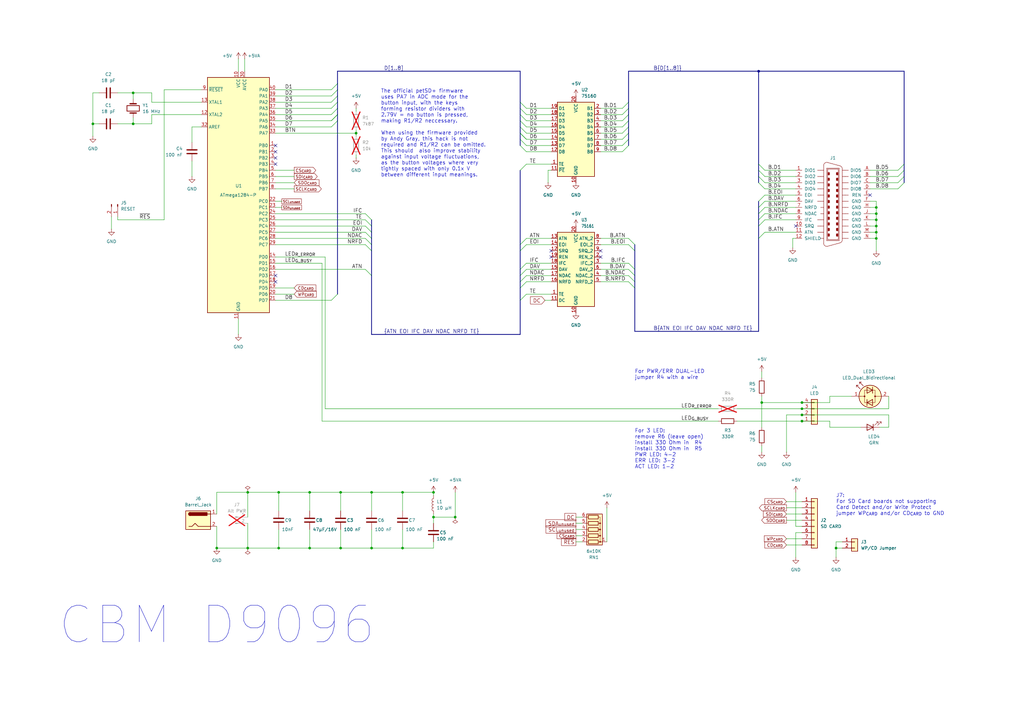
<source format=kicad_sch>
(kicad_sch (version 20231120) (generator "eeschema") (generator_version "8.0")
  (paper "A3")
  (title_block (title "CBM D9096") (date "2024-03-15") (rev "A") (comment 1 "based on work by Nils Eilers and Steve J. Gray") (comment 2 "creativecommons.org/licenses/by-sa/4.0/") (comment 3 "License: CC BY-SA 4.0") (comment 4 "Author: InsaneDruid"))
  (junction (at 165.1 201.93))
  (junction (at 114.3 224.79))
  (junction (at 342.9 224.79))
  (junction (at 359.41 95.25))
  (junction (at 114.3 201.93))
  (junction (at 165.1 224.79))
  (junction (at 101.6 224.79))
  (junction (at 38.1 50.8))
  (junction (at 139.7 201.93))
  (junction (at 328.93 170.18))
  (junction (at 311.15 29.21))
  (junction (at 359.41 85.09))
  (junction (at 359.41 90.17))
  (junction (at 328.93 172.72))
  (junction (at 88.9 224.79))
  (junction (at 152.4 224.79))
  (junction (at 101.6 201.93))
  (junction (at 359.41 87.63))
  (junction (at 359.41 97.79))
  (junction (at 177.8 201.93))
  (junction (at 186.69 212.09))
  (junction (at 152.4 201.93))
  (junction (at 177.8 212.09))
  (junction (at 54.61 50.8))
  (junction (at 54.61 38.1))
  (junction (at 328.93 165.1))
  (junction (at 328.93 167.64))
  (junction (at 359.41 92.71))
  (junction (at 146.05 54.61))
  (junction (at 127 224.79))
  (junction (at 139.7 224.79))
  (junction (at 127 201.93))
  (junction (at 312.42 165.1))
  (no_connect (at 113.03 64.77))
  (no_connect (at 326.39 92.71))
  (no_connect (at 226.06 105.41))
  (no_connect (at 113.03 62.23))
  (no_connect (at 113.03 113.03))
  (no_connect (at 246.38 102.87))
  (no_connect (at 226.06 102.87))
  (no_connect (at 246.38 105.41))
  (no_connect (at 113.03 67.31))
  (no_connect (at 113.03 59.69))
  (no_connect (at 113.03 115.57))
  (no_connect (at 356.87 80.01))
  (bus_entry (at 213.36 100.33) (size 2.54 -2.54))
  (bus_entry (at 149.86 87.63) (size 2.54 2.54))
  (bus_entry (at 215.9 62.23) (size -2.54 -2.54))
  (bus_entry (at 213.36 113.03) (size 2.54 -2.54))
  (bus_entry (at 255.27 57.15) (size 2.54 -2.54))
  (bus_entry (at 213.36 110.49) (size 2.54 -2.54))
  (bus_entry (at 215.9 59.69) (size -2.54 -2.54))
  (bus_entry (at 135.89 46.99) (size 2.54 -2.54))
  (bus_entry (at 215.9 52.07) (size -2.54 -2.54))
  (bus_entry (at 255.27 54.61) (size 2.54 -2.54))
  (bus_entry (at 135.89 39.37) (size 2.54 -2.54))
  (bus_entry (at 255.27 46.99) (size 2.54 -2.54))
  (bus_entry (at 213.36 123.19) (size 2.54 -2.54))
  (bus_entry (at 311.15 97.79) (size 2.54 -2.54))
  (bus_entry (at 135.89 41.91) (size 2.54 -2.54))
  (bus_entry (at 135.89 49.53) (size 2.54 -2.54))
  (bus_entry (at 149.86 110.49) (size 2.54 2.54))
  (bus_entry (at 135.89 36.83) (size 2.54 -2.54))
  (bus_entry (at 215.9 44.45) (size -2.54 -2.54))
  (bus_entry (at 215.9 57.15) (size -2.54 -2.54))
  (bus_entry (at 311.15 69.85) (size 2.54 2.54))
  (bus_entry (at 213.36 102.87) (size 2.54 -2.54))
  (bus_entry (at 213.36 69.85) (size 2.54 -2.54))
  (bus_entry (at 257.81 115.57) (size 2.54 2.54))
  (bus_entry (at 135.89 44.45) (size 2.54 -2.54))
  (bus_entry (at 255.27 52.07) (size 2.54 -2.54))
  (bus_entry (at 149.86 95.25) (size 2.54 2.54))
  (bus_entry (at 135.89 52.07) (size 2.54 -2.54))
  (bus_entry (at 311.15 74.93) (size 2.54 2.54))
  (bus_entry (at 311.15 85.09) (size 2.54 -2.54))
  (bus_entry (at 149.86 90.17) (size 2.54 2.54))
  (bus_entry (at 257.81 113.03) (size 2.54 2.54))
  (bus_entry (at 255.27 49.53) (size 2.54 -2.54))
  (bus_entry (at 149.86 92.71) (size 2.54 2.54))
  (bus_entry (at 311.15 90.17) (size 2.54 -2.54))
  (bus_entry (at 149.86 97.79) (size 2.54 2.54))
  (bus_entry (at 311.15 72.39) (size 2.54 2.54))
  (bus_entry (at 368.3 74.93) (size 2.54 -2.54))
  (bus_entry (at 255.27 44.45) (size 2.54 -2.54))
  (bus_entry (at 213.36 118.11) (size 2.54 -2.54))
  (bus_entry (at 311.15 82.55) (size 2.54 -2.54))
  (bus_entry (at 257.81 107.95) (size 2.54 2.54))
  (bus_entry (at 255.27 62.23) (size 2.54 -2.54))
  (bus_entry (at 311.15 67.31) (size 2.54 2.54))
  (bus_entry (at 215.9 54.61) (size -2.54 -2.54))
  (bus_entry (at 311.15 92.71) (size 2.54 -2.54))
  (bus_entry (at 215.9 49.53) (size -2.54 -2.54))
  (bus_entry (at 368.3 69.85) (size 2.54 -2.54))
  (bus_entry (at 257.81 97.79) (size 2.54 2.54))
  (bus_entry (at 149.86 100.33) (size 2.54 2.54))
  (bus_entry (at 368.3 72.39) (size 2.54 -2.54))
  (bus_entry (at 257.81 100.33) (size 2.54 2.54))
  (bus_entry (at 311.15 87.63) (size 2.54 -2.54))
  (bus_entry (at 135.89 49.53) (size 2.54 -2.54))
  (bus_entry (at 215.9 46.99) (size -2.54 -2.54))
  (bus_entry (at 135.89 123.19) (size 2.54 -2.54))
  (bus_entry (at 368.3 77.47) (size 2.54 -2.54))
  (bus_entry (at 255.27 59.69) (size 2.54 -2.54))
  (bus_entry (at 257.81 110.49) (size 2.54 2.54))
  (bus_entry (at 215.9 57.15) (size -2.54 -2.54))
  (bus_entry (at 213.36 115.57) (size 2.54 -2.54))
  (wire (pts (xy 356.87 95.25) (xy 359.41 95.25)))
  (wire (pts (xy 113.03 49.53) (xy 135.89 49.53)))
  (wire (pts (xy 48.26 90.17) (xy 48.26 88.9)))
  (wire (pts (xy 113.03 36.83) (xy 135.89 36.83)))
  (wire (pts (xy 132.08 172.72) (xy 294.64 172.72)))
  (wire (pts (xy 322.58 213.36) (xy 328.93 213.36)))
  (wire (pts (xy 38.1 38.1) (xy 40.64 38.1)))
  (wire (pts (xy 322.58 170.18) (xy 322.58 185.42)))
  (wire (pts (xy 54.61 38.1) (xy 62.23 38.1)))
  (wire (pts (xy 236.22 214.63) (xy 238.76 214.63)))
  (wire (pts (xy 364.49 170.18) (xy 364.49 175.26)))
  (bus (pts (xy 311.15 29.21) (xy 311.15 67.31)))
  (wire (pts (xy 127 224.79) (xy 139.7 224.79)))
  (bus (pts (xy 138.43 34.29) (xy 138.43 36.83)))
  (wire (pts (xy 115.57 82.55) (xy 113.03 82.55)))
  (wire (pts (xy 246.38 113.03) (xy 257.81 113.03)))
  (wire (pts (xy 356.87 90.17) (xy 359.41 90.17)))
  (bus (pts (xy 213.36 102.87) (xy 213.36 110.49)))
  (wire (pts (xy 113.03 100.33) (xy 149.86 100.33)))
  (wire (pts (xy 248.92 208.28) (xy 248.92 222.25)))
  (wire (pts (xy 67.31 90.17) (xy 67.31 36.83)))
  (wire (pts (xy 88.9 201.93) (xy 101.6 201.93)))
  (wire (pts (xy 113.03 87.63) (xy 149.86 87.63)))
  (bus (pts (xy 152.4 97.79) (xy 152.4 100.33)))
  (wire (pts (xy 312.42 182.88) (xy 312.42 185.42)))
  (wire (pts (xy 120.65 69.85) (xy 113.03 69.85)))
  (wire (pts (xy 326.39 201.93) (xy 326.39 215.9)))
  (wire (pts (xy 113.03 44.45) (xy 135.89 44.45)))
  (bus (pts (xy 213.36 44.45) (xy 213.36 46.99)))
  (wire (pts (xy 45.72 88.9) (xy 45.72 93.98)))
  (bus (pts (xy 370.84 67.31) (xy 370.84 69.85)))
  (wire (pts (xy 215.9 115.57) (xy 226.06 115.57)))
  (wire (pts (xy 113.03 105.41) (xy 133.35 105.41)))
  (wire (pts (xy 120.65 77.47) (xy 113.03 77.47)))
  (wire (pts (xy 115.57 85.09) (xy 113.03 85.09)))
  (wire (pts (xy 127 217.17) (xy 127 224.79)))
  (wire (pts (xy 139.7 224.79) (xy 152.4 224.79)))
  (bus (pts (xy 257.81 49.53) (xy 257.81 46.99)))
  (wire (pts (xy 313.69 69.85) (xy 326.39 69.85)))
  (wire (pts (xy 113.03 46.99) (xy 135.89 46.99)))
  (wire (pts (xy 312.42 152.4) (xy 312.42 154.94)))
  (wire (pts (xy 313.69 87.63) (xy 326.39 87.63)))
  (bus (pts (xy 311.15 97.79) (xy 311.15 135.89)))
  (wire (pts (xy 215.9 52.07) (xy 226.06 52.07)))
  (wire (pts (xy 356.87 97.79) (xy 359.41 97.79)))
  (wire (pts (xy 165.1 201.93) (xy 165.1 209.55)))
  (wire (pts (xy 215.9 49.53) (xy 226.06 49.53)))
  (wire (pts (xy 322.58 220.98) (xy 328.93 220.98)))
  (wire (pts (xy 224.79 69.85) (xy 224.79 74.93)))
  (wire (pts (xy 113.03 123.19) (xy 135.89 123.19)))
  (wire (pts (xy 359.41 87.63) (xy 359.41 90.17)))
  (wire (pts (xy 356.87 82.55) (xy 359.41 82.55)))
  (wire (pts (xy 88.9 224.79) (xy 101.6 224.79)))
  (wire (pts (xy 48.26 90.17) (xy 67.31 90.17)))
  (wire (pts (xy 54.61 38.1) (xy 54.61 40.64)))
  (wire (pts (xy 120.65 118.11) (xy 113.03 118.11)))
  (wire (pts (xy 152.4 201.93) (xy 152.4 209.55)))
  (wire (pts (xy 132.08 107.95) (xy 132.08 172.72)))
  (bus (pts (xy 138.43 49.53) (xy 138.43 120.65)))
  (wire (pts (xy 78.74 66.04) (xy 78.74 72.39)))
  (wire (pts (xy 97.79 24.13) (xy 97.79 29.21)))
  (bus (pts (xy 213.36 49.53) (xy 213.36 52.07)))
  (wire (pts (xy 302.26 172.72) (xy 328.93 172.72)))
  (bus (pts (xy 213.36 46.99) (xy 213.36 49.53)))
  (wire (pts (xy 97.79 137.16) (xy 97.79 130.81)))
  (wire (pts (xy 313.69 90.17) (xy 326.39 90.17)))
  (bus (pts (xy 138.43 41.91) (xy 138.43 44.45)))
  (bus (pts (xy 257.81 44.45) (xy 257.81 41.91)))
  (wire (pts (xy 114.3 201.93) (xy 114.3 209.55)))
  (wire (pts (xy 246.38 110.49) (xy 257.81 110.49)))
  (bus (pts (xy 257.81 59.69) (xy 257.81 57.15)))
  (wire (pts (xy 113.03 92.71) (xy 149.86 92.71)))
  (bus (pts (xy 138.43 39.37) (xy 138.43 41.91)))
  (wire (pts (xy 359.41 82.55) (xy 359.41 85.09)))
  (wire (pts (xy 313.69 74.93) (xy 326.39 74.93)))
  (wire (pts (xy 312.42 175.26) (xy 312.42 165.1)))
  (wire (pts (xy 48.26 50.8) (xy 54.61 50.8)))
  (wire (pts (xy 236.22 217.17) (xy 238.76 217.17)))
  (wire (pts (xy 215.9 59.69) (xy 226.06 59.69)))
  (wire (pts (xy 139.7 201.93) (xy 152.4 201.93)))
  (wire (pts (xy 78.74 52.07) (xy 82.55 52.07)))
  (wire (pts (xy 215.9 62.23) (xy 226.06 62.23)))
  (bus (pts (xy 311.15 69.85) (xy 311.15 72.39)))
  (wire (pts (xy 255.27 49.53) (xy 246.38 49.53)))
  (wire (pts (xy 177.8 201.93) (xy 177.8 203.2)))
  (wire (pts (xy 165.1 224.79) (xy 177.8 224.79)))
  (wire (pts (xy 113.03 97.79) (xy 149.86 97.79)))
  (wire (pts (xy 62.23 41.91) (xy 82.55 41.91)))
  (wire (pts (xy 312.42 165.1) (xy 312.42 162.56)))
  (bus (pts (xy 213.36 52.07) (xy 213.36 54.61)))
  (wire (pts (xy 255.27 57.15) (xy 246.38 57.15)))
  (bus (pts (xy 213.36 137.16) (xy 213.36 123.19)))
  (bus (pts (xy 152.4 92.71) (xy 152.4 90.17)))
  (wire (pts (xy 127 201.93) (xy 127 209.55)))
  (bus (pts (xy 213.36 57.15) (xy 213.36 59.69)))
  (bus (pts (xy 257.81 52.07) (xy 257.81 49.53)))
  (wire (pts (xy 359.41 90.17) (xy 359.41 92.71)))
  (wire (pts (xy 359.41 92.71) (xy 359.41 95.25)))
  (wire (pts (xy 177.8 212.09) (xy 177.8 214.63)))
  (wire (pts (xy 325.12 97.79) (xy 325.12 101.6)))
  (wire (pts (xy 356.87 72.39) (xy 368.3 72.39)))
  (bus (pts (xy 138.43 36.83) (xy 138.43 39.37)))
  (wire (pts (xy 113.03 95.25) (xy 149.86 95.25)))
  (bus (pts (xy 311.15 87.63) (xy 311.15 90.17)))
  (bus (pts (xy 213.36 115.57) (xy 213.36 118.11)))
  (bus (pts (xy 138.43 29.21) (xy 138.43 34.29)))
  (wire (pts (xy 326.39 215.9) (xy 328.93 215.9)))
  (bus (pts (xy 257.81 41.91) (xy 257.81 29.21)))
  (wire (pts (xy 215.9 113.03) (xy 226.06 113.03)))
  (wire (pts (xy 146.05 53.34) (xy 146.05 54.61)))
  (wire (pts (xy 120.65 72.39) (xy 113.03 72.39)))
  (wire (pts (xy 152.4 201.93) (xy 165.1 201.93)))
  (bus (pts (xy 260.35 100.33) (xy 260.35 102.87)))
  (wire (pts (xy 322.58 208.28) (xy 328.93 208.28)))
  (wire (pts (xy 215.9 44.45) (xy 226.06 44.45)))
  (wire (pts (xy 236.22 212.09) (xy 238.76 212.09)))
  (wire (pts (xy 38.1 38.1) (xy 38.1 50.8)))
  (wire (pts (xy 302.26 167.64) (xy 328.93 167.64)))
  (wire (pts (xy 113.03 54.61) (xy 146.05 54.61)))
  (wire (pts (xy 113.03 120.65) (xy 120.65 120.65)))
  (bus (pts (xy 311.15 90.17) (xy 311.15 92.71)))
  (bus (pts (xy 138.43 46.99) (xy 138.43 49.53)))
  (wire (pts (xy 38.1 50.8) (xy 40.64 50.8)))
  (wire (pts (xy 328.93 170.18) (xy 364.49 170.18)))
  (wire (pts (xy 100.33 24.13) (xy 100.33 29.21)))
  (wire (pts (xy 340.36 162.56) (xy 340.36 165.1)))
  (wire (pts (xy 238.76 222.25) (xy 236.22 222.25)))
  (wire (pts (xy 165.1 217.17) (xy 165.1 224.79)))
  (wire (pts (xy 255.27 52.07) (xy 246.38 52.07)))
  (wire (pts (xy 322.58 205.74) (xy 328.93 205.74)))
  (wire (pts (xy 127 201.93) (xy 139.7 201.93)))
  (wire (pts (xy 38.1 50.8) (xy 38.1 55.88)))
  (bus (pts (xy 260.35 102.87) (xy 260.35 110.49)))
  (wire (pts (xy 359.41 85.09) (xy 359.41 87.63)))
  (bus (pts (xy 213.36 113.03) (xy 213.36 110.49)))
  (wire (pts (xy 67.31 36.83) (xy 82.55 36.83)))
  (wire (pts (xy 356.87 69.85) (xy 368.3 69.85)))
  (wire (pts (xy 313.69 80.01) (xy 326.39 80.01)))
  (wire (pts (xy 223.52 123.19) (xy 226.06 123.19)))
  (bus (pts (xy 213.36 102.87) (xy 213.36 100.33)))
  (wire (pts (xy 215.9 100.33) (xy 226.06 100.33)))
  (wire (pts (xy 101.6 201.93) (xy 101.6 212.09)))
  (wire (pts (xy 364.49 175.26) (xy 360.68 175.26)))
  (wire (pts (xy 356.87 74.93) (xy 368.3 74.93)))
  (bus (pts (xy 311.15 29.21) (xy 370.84 29.21)))
  (wire (pts (xy 342.9 224.79) (xy 345.44 224.79)))
  (wire (pts (xy 62.23 50.8) (xy 62.23 46.99)))
  (wire (pts (xy 356.87 77.47) (xy 368.3 77.47)))
  (wire (pts (xy 322.58 170.18) (xy 328.93 170.18)))
  (wire (pts (xy 146.05 45.72) (xy 146.05 44.45)))
  (wire (pts (xy 322.58 210.82) (xy 328.93 210.82)))
  (wire (pts (xy 356.87 85.09) (xy 359.41 85.09)))
  (wire (pts (xy 113.03 110.49) (xy 149.86 110.49)))
  (wire (pts (xy 88.9 210.82) (xy 88.9 201.93)))
  (wire (pts (xy 152.4 217.17) (xy 152.4 224.79)))
  (wire (pts (xy 177.8 210.82) (xy 177.8 212.09)))
  (wire (pts (xy 78.74 52.07) (xy 78.74 58.42)))
  (wire (pts (xy 146.05 64.77) (xy 146.05 63.5)))
  (wire (pts (xy 255.27 46.99) (xy 246.38 46.99)))
  (wire (pts (xy 359.41 97.79) (xy 359.41 102.87)))
  (bus (pts (xy 260.35 135.89) (xy 311.15 135.89)))
  (wire (pts (xy 342.9 222.25) (xy 342.9 224.79)))
  (wire (pts (xy 328.93 172.72) (xy 340.36 172.72)))
  (wire (pts (xy 165.1 201.93) (xy 177.8 201.93)))
  (wire (pts (xy 326.39 218.44) (xy 328.93 218.44)))
  (bus (pts (xy 311.15 72.39) (xy 311.15 74.93)))
  (bus (pts (xy 311.15 67.31) (xy 311.15 69.85)))
  (bus (pts (xy 213.36 54.61) (xy 213.36 57.15)))
  (wire (pts (xy 359.41 95.25) (xy 359.41 97.79)))
  (wire (pts (xy 101.6 214.63) (xy 101.6 224.79)))
  (wire (pts (xy 328.93 167.64) (xy 364.49 167.64)))
  (wire (pts (xy 215.9 46.99) (xy 226.06 46.99)))
  (bus (pts (xy 152.4 137.16) (xy 213.36 137.16)))
  (wire (pts (xy 255.27 59.69) (xy 246.38 59.69)))
  (wire (pts (xy 356.87 87.63) (xy 359.41 87.63)))
  (wire (pts (xy 340.36 175.26) (xy 353.06 175.26)))
  (wire (pts (xy 345.44 222.25) (xy 342.9 222.25)))
  (wire (pts (xy 113.03 52.07) (xy 135.89 52.07)))
  (wire (pts (xy 62.23 50.8) (xy 54.61 50.8)))
  (wire (pts (xy 364.49 167.64) (xy 364.49 162.56)))
  (wire (pts (xy 88.9 215.9) (xy 88.9 224.79)))
  (wire (pts (xy 114.3 217.17) (xy 114.3 224.79)))
  (wire (pts (xy 246.38 100.33) (xy 257.81 100.33)))
  (bus (pts (xy 257.81 46.99) (xy 257.81 44.45)))
  (wire (pts (xy 215.9 97.79) (xy 226.06 97.79)))
  (wire (pts (xy 322.58 223.52) (xy 328.93 223.52)))
  (wire (pts (xy 326.39 228.6) (xy 326.39 218.44)))
  (wire (pts (xy 113.03 90.17) (xy 149.86 90.17)))
  (wire (pts (xy 255.27 62.23) (xy 246.38 62.23)))
  (wire (pts (xy 224.79 69.85) (xy 226.06 69.85)))
  (wire (pts (xy 152.4 224.79) (xy 165.1 224.79)))
  (wire (pts (xy 340.36 162.56) (xy 349.25 162.56)))
  (wire (pts (xy 101.6 201.93) (xy 114.3 201.93)))
  (bus (pts (xy 260.35 115.57) (xy 260.35 118.11)))
  (wire (pts (xy 101.6 224.79) (xy 114.3 224.79)))
  (wire (pts (xy 139.7 201.93) (xy 139.7 209.55)))
  (wire (pts (xy 186.69 201.93) (xy 186.69 212.09)))
  (bus (pts (xy 257.81 29.21) (xy 311.15 29.21)))
  (wire (pts (xy 255.27 54.61) (xy 246.38 54.61)))
  (wire (pts (xy 48.26 38.1) (xy 54.61 38.1)))
  (wire (pts (xy 313.69 72.39) (xy 326.39 72.39)))
  (wire (pts (xy 133.35 167.64) (xy 294.64 167.64)))
  (bus (pts (xy 213.36 123.19) (xy 213.36 118.11)))
  (wire (pts (xy 325.12 97.79) (xy 326.39 97.79)))
  (wire (pts (xy 146.05 55.88) (xy 146.05 54.61)))
  (bus (pts (xy 138.43 29.21) (xy 213.36 29.21)))
  (wire (pts (xy 215.9 120.65) (xy 226.06 120.65)))
  (bus (pts (xy 260.35 110.49) (xy 260.35 113.03)))
  (wire (pts (xy 313.69 82.55) (xy 326.39 82.55)))
  (bus (pts (xy 152.4 102.87) (xy 152.4 113.03)))
  (wire (pts (xy 215.9 67.31) (xy 226.06 67.31)))
  (bus (pts (xy 370.84 69.85) (xy 370.84 72.39)))
  (wire (pts (xy 177.8 224.79) (xy 177.8 222.25)))
  (bus (pts (xy 311.15 92.71) (xy 311.15 97.79)))
  (wire (pts (xy 328.93 165.1) (xy 340.36 165.1)))
  (bus (pts (xy 213.36 113.03) (xy 213.36 115.57)))
  (wire (pts (xy 356.87 92.71) (xy 359.41 92.71)))
  (wire (pts (xy 113.03 41.91) (xy 135.89 41.91)))
  (wire (pts (xy 246.38 107.95) (xy 257.81 107.95)))
  (wire (pts (xy 313.69 77.47) (xy 326.39 77.47)))
  (bus (pts (xy 260.35 118.11) (xy 260.35 135.89)))
  (wire (pts (xy 113.03 39.37) (xy 135.89 39.37)))
  (wire (pts (xy 236.22 219.71) (xy 238.76 219.71)))
  (bus (pts (xy 213.36 41.91) (xy 213.36 44.45)))
  (bus (pts (xy 311.15 85.09) (xy 311.15 87.63)))
  (wire (pts (xy 114.3 224.79) (xy 127 224.79)))
  (bus (pts (xy 370.84 29.21) (xy 370.84 67.31)))
  (bus (pts (xy 152.4 100.33) (xy 152.4 102.87)))
  (wire (pts (xy 215.9 107.95) (xy 226.06 107.95)))
  (wire (pts (xy 246.38 97.79) (xy 257.81 97.79)))
  (wire (pts (xy 186.69 212.09) (xy 177.8 212.09)))
  (bus (pts (xy 257.81 57.15) (xy 257.81 54.61)))
  (bus (pts (xy 213.36 69.85) (xy 213.36 100.33)))
  (wire (pts (xy 215.9 110.49) (xy 226.06 110.49)))
  (wire (pts (xy 113.03 107.95) (xy 132.08 107.95)))
  (wire (pts (xy 54.61 50.8) (xy 54.61 48.26)))
  (bus (pts (xy 138.43 44.45) (xy 138.43 46.99)))
  (wire (pts (xy 120.65 74.93) (xy 113.03 74.93)))
  (wire (pts (xy 340.36 175.26) (xy 340.36 172.72)))
  (bus (pts (xy 213.36 29.21) (xy 213.36 41.91)))
  (bus (pts (xy 311.15 82.55) (xy 311.15 85.09)))
  (bus (pts (xy 152.4 97.79) (xy 152.4 95.25)))
  (bus (pts (xy 152.4 113.03) (xy 152.4 137.16)))
  (wire (pts (xy 215.9 54.61) (xy 226.06 54.61)))
  (wire (pts (xy 114.3 201.93) (xy 127 201.93)))
  (wire (pts (xy 313.69 85.09) (xy 326.39 85.09)))
  (wire (pts (xy 62.23 46.99) (xy 82.55 46.99)))
  (bus (pts (xy 370.84 72.39) (xy 370.84 74.93)))
  (bus (pts (xy 257.81 54.61) (xy 257.81 52.07)))
  (wire (pts (xy 139.7 217.17) (xy 139.7 224.79)))
  (wire (pts (xy 246.38 115.57) (xy 257.81 115.57)))
  (wire (pts (xy 342.9 224.79) (xy 342.9 228.6)))
  (wire (pts (xy 62.23 38.1) (xy 62.23 41.91)))
  (wire (pts (xy 255.27 44.45) (xy 246.38 44.45)))
  (wire (pts (xy 215.9 57.15) (xy 226.06 57.15)))
  (wire (pts (xy 312.42 165.1) (xy 328.93 165.1)))
  (wire (pts (xy 313.69 95.25) (xy 326.39 95.25)))
  (bus (pts (xy 152.4 95.25) (xy 152.4 92.71)))
  (wire (pts (xy 133.35 167.64) (xy 133.35 105.41)))
  (bus (pts (xy 260.35 113.03) (xy 260.35 115.57)))
  (text "J7:\nFor SD Card boards not supporting\nCard Detect and/or Write Protect\njumper WP_{CARD} and/or CD_{CARD} to GND" (at 342.9 207.01 0) (effects (font (size 1.524 1.524)) (justify left)))
  (text "For 3 LED:\nremove R6 (leave open)\ninstall 330 Ohm in  R4\ninstall 330 Ohm in  R5\nPWR LED: 4-2\nERR LED: 3-2\nACT LED: 1-2" (at 260.35 184.15 0) (effects (font (size 1.524 1.524)) (justify left)))
  (text "The official petSD+ firmware\nuses PA7 in ADC mode for the\nbutton input, with the keys\nforming resistor dividers with\n2.79V = no button is pressed,\nmaking R1/R2 neccessary.\n\nWhen using the firmware provided\nby Andy Gray, this hack is not\nrequired and R1/R2 can be omitted.\nThis should  also improve stability\nagainst input voltage fluctuations,\nas the button voltages where very\ntightly spaced with only 0.1x V\nbetween different input meanings." (at 156.21 54.61 0) (effects (font (size 1.524 1.524)) (justify left)))
  (text "CBM D9096" (at 88.9 256.54 0) (effects (font (size 15 15))))
  (text "For PWR/ERR DUAL-LED\njumper R4 with a wire" (at 260.35 153.67 0) (effects (font (size 1.524 1.524)) (justify left)))
  (label "B.DAV" (at 256.54 110.49 180) (effects (font (size 1.524 1.524))))
  (label "D1" (at 116.84 36.83 0) (effects (font (size 1.524 1.524))))
  (label "~{RES}" (at 57.15 90.17 0) (effects (font (size 1.524 1.524))))
  (label "NDAC" (at 148.59 97.79 180) (effects (font (size 1.524 1.524))))
  (label "D7" (at 217.17 59.69 0) (effects (font (size 1.524 1.524))))
  (label "TE" (at 148.59 90.17 180) (effects (font (size 1.524 1.524))))
  (label "B.D7" (at 247.65 59.69 0) (effects (font (size 1.524 1.524))))
  (label "TE" (at 217.17 67.31 0) (effects (font (size 1.524 1.524))))
  (label "B.D6" (at 247.65 57.15 0) (effects (font (size 1.524 1.524))))
  (label "D6" (at 116.84 49.53 0) (effects (font (size 1.524 1.524))))
  (label "B.NRFD" (at 314.96 85.09 0) (effects (font (size 1.524 1.524))))
  (label "D3" (at 116.84 41.91 0) (effects (font (size 1.524 1.524))))
  (label "B.NDAC" (at 256.54 113.03 180) (effects (font (size 1.524 1.524))))
  (label "D7" (at 116.84 52.07 0) (effects (font (size 1.524 1.524))))
  (label "D8" (at 116.84 123.19 0) (effects (font (size 1.524 1.524))))
  (label "D2" (at 116.84 39.37 0) (effects (font (size 1.524 1.524))))
  (label "LED_{G_BUSY}" (at 116.84 107.95 0) (effects (font (size 1.524 1.524))))
  (label "D4" (at 116.84 44.45 0) (effects (font (size 1.524 1.524))))
  (label "D3" (at 217.17 49.53 0) (effects (font (size 1.524 1.524))))
  (label "B.IFC" (at 314.96 90.17 0) (effects (font (size 1.524 1.524))))
  (label "D[1..8]" (at 157.48 29.21 0) (effects (font (size 1.524 1.524))))
  (label "NRFD" (at 217.17 115.57 0) (effects (font (size 1.524 1.524))))
  (label "B.D8" (at 247.65 62.23 0) (effects (font (size 1.524 1.524))))
  (label "IFC" (at 148.59 87.63 180) (effects (font (size 1.524 1.524))))
  (label "TE" (at 217.17 120.65 0) (effects (font (size 1.524 1.524))))
  (label "DAV" (at 148.59 95.25 180) (effects (font (size 1.524 1.524))))
  (label "B.D1" (at 314.96 69.85 0) (effects (font (size 1.524 1.524))))
  (label "B.D2" (at 247.65 46.99 0) (effects (font (size 1.524 1.524))))
  (label "D8" (at 217.17 62.23 0) (effects (font (size 1.524 1.524))))
  (label "B.ATN" (at 314.96 95.25 0) (effects (font (size 1.524 1.524))))
  (label "LED_{G_BUSY}" (at 279.4 172.72 0) (effects (font (size 1.524 1.524))))
  (label "NDAC" (at 217.17 113.03 0) (effects (font (size 1.524 1.524))))
  (label "B.D4" (at 314.96 77.47 0) (effects (font (size 1.524 1.524))))
  (label "B.EOI" (at 256.54 100.33 180) (effects (font (size 1.524 1.524))))
  (label "D5" (at 116.84 46.99 0) (effects (font (size 1.524 1.524))))
  (label "B.D8" (at 364.49 77.47 180) (effects (font (size 1.524 1.524))))
  (label "B.NDAC" (at 314.96 87.63 0) (effects (font (size 1.524 1.524))))
  (label "B{ATN EOI IFC DAV NDAC NRFD TE}" (at 267.97 135.89 0) (effects (font (size 1.524 1.524))))
  (label "B.D5" (at 247.65 54.61 0) (effects (font (size 1.524 1.524))))
  (label "D4" (at 217.17 52.07 0) (effects (font (size 1.524 1.524))))
  (label "D6" (at 217.17 57.15 0) (effects (font (size 1.524 1.524))))
  (label "B.D6" (at 364.49 72.39 180) (effects (font (size 1.524 1.524))))
  (label "B.DAV" (at 314.96 82.55 0) (effects (font (size 1.524 1.524))))
  (label "{ATN EOI IFC DAV NDAC NRFD TE}" (at 157.48 137.16 0) (effects (font (size 1.524 1.524))))
  (label "EOI" (at 217.17 100.33 0) (effects (font (size 1.524 1.524))))
  (label "D1" (at 217.17 44.45 0) (effects (font (size 1.524 1.524))))
  (label "B.EOI" (at 314.96 80.01 0) (effects (font (size 1.524 1.524))))
  (label "BTN" (at 116.84 54.61 0) (effects (font (size 1.524 1.524))))
  (label "IFC" (at 217.17 107.95 0) (effects (font (size 1.524 1.524))))
  (label "B.D4" (at 247.65 52.07 0) (effects (font (size 1.524 1.524))))
  (label "LED_{R_ERROR}" (at 279.4 167.64 0) (effects (font (size 1.524 1.524))))
  (label "B.D3" (at 314.96 74.93 0) (effects (font (size 1.524 1.524))))
  (label "B.D3" (at 247.65 49.53 0) (effects (font (size 1.524 1.524))))
  (label "LED_{R_ERROR}" (at 116.84 105.41 0) (effects (font (size 1.524 1.524))))
  (label "B.D1" (at 247.65 44.45 0) (effects (font (size 1.524 1.524))))
  (label "B.D5" (at 364.49 69.85 180) (effects (font (size 1.524 1.524))))
  (label "ATN" (at 217.17 97.79 0) (effects (font (size 1.524 1.524))))
  (label "EOI" (at 148.59 92.71 180) (effects (font (size 1.524 1.524))))
  (label "D5" (at 217.17 54.61 0) (effects (font (size 1.524 1.524))))
  (label "B.IFC" (at 256.54 107.95 180) (effects (font (size 1.524 1.524))))
  (label "D2" (at 217.17 46.99 0) (effects (font (size 1.524 1.524))))
  (label "B.D2" (at 314.96 72.39 0) (effects (font (size 1.524 1.524))))
  (label "B{D[1..8]}" (at 267.97 29.21 0) (effects (font (size 1.524 1.524))))
  (label "B.D7" (at 364.49 74.93 180) (effects (font (size 1.524 1.524))))
  (label "NRFD" (at 148.59 100.33 180) (effects (font (size 1.524 1.524))))
  (label "B.NRFD" (at 256.54 115.57 180) (effects (font (size 1.524 1.524))))
  (label "DAV" (at 217.17 110.49 0) (effects (font (size 1.524 1.524))))
  (label "B.ATN" (at 256.54 97.79 180) (effects (font (size 1.524 1.524))))
  (label "ATN" (at 148.59 110.49 180) (effects (font (size 1.524 1.524))))
  (global_label "SDA_{unused}" (shape passive) (at 236.22 214.63 180) (effects (font (size 1.524 1.524))) (property "Intersheetrefs" "${INTERSHEET_REFS}" (effects (hide yes))))
  (global_label "SCLK_{CARD}" (shape output) (at 322.58 208.28 180) (property "Intersheetrefs" "${INTERSHEET_REFS}" (effects (hide yes))))
  (global_label "SCLK_{CARD}" (shape output) (at 120.65 77.47 0) (property "Intersheetrefs" "${INTERSHEET_REFS}" (effects (hide yes))))
  (global_label "SDO_{CARD}" (shape input) (at 120.65 74.93 0) (property "Intersheetrefs" "${INTERSHEET_REFS}" (effects (hide yes))))
  (global_label "CS_{CARD}" (shape output) (at 120.65 69.85 0) (property "Intersheetrefs" "${INTERSHEET_REFS}" (effects (hide yes))))
  (global_label "SCL_{unused}" (shape passive) (at 115.57 82.55 0) (effects (font (size 1 1))) (property "Intersheetrefs" "${INTERSHEET_REFS}" (effects (hide yes))))
  (global_label "CD_{CARD}" (shape input) (at 120.65 118.11 0) (property "Intersheetrefs" "${INTERSHEET_REFS}" (effects (hide yes))))
  (global_label "CS_{CARD}" (shape input) (at 322.58 205.74 180) (property "Intersheetrefs" "${INTERSHEET_REFS}" (effects (hide yes))))
  (global_label "DC" (shape input) (at 223.52 123.19 180) (effects (font (size 1.524 1.524))) (property "Intersheetrefs" "${INTERSHEET_REFS}" (effects (hide yes))))
  (global_label "SDI_{CARD}" (shape output) (at 120.65 72.39 0) (property "Intersheetrefs" "${INTERSHEET_REFS}" (effects (hide yes))))
  (global_label "WP_{CARD}" (shape input) (at 120.65 120.65 0) (property "Intersheetrefs" "${INTERSHEET_REFS}" (effects (hide yes))))
  (global_label "CD_{CARD}" (shape input) (at 322.58 223.52 180) (property "Intersheetrefs" "${INTERSHEET_REFS}" (effects (hide yes))))
  (global_label "SDO_{CARD}" (shape output) (at 322.58 213.36 180) (property "Intersheetrefs" "${INTERSHEET_REFS}" (effects (hide yes))))
  (global_label "WP_{CARD}" (shape input) (at 322.58 220.98 180) (property "Intersheetrefs" "${INTERSHEET_REFS}" (effects (hide yes))))
  (global_label "CS_{CARD}" (shape passive) (at 236.22 219.71 180) (property "Intersheetrefs" "${INTERSHEET_REFS}" (effects (hide yes))))
  (global_label "~{RES}" (shape passive) (at 236.22 222.25 180) (effects (font (size 1.524 1.524))) (property "Intersheetrefs" "${INTERSHEET_REFS}" (effects (hide yes))))
  (global_label "SDI_{CARD}" (shape input) (at 322.58 210.82 180) (property "Intersheetrefs" "${INTERSHEET_REFS}" (effects (hide yes))))
  (global_label "DC" (shape passive) (at 236.22 212.09 180) (effects (font (size 1.524 1.524))) (property "Intersheetrefs" "${INTERSHEET_REFS}" (effects (hide yes))))
  (global_label "SDA_{unused}" (shape passive) (at 115.57 85.09 0) (effects (font (size 1 1))) (property "Intersheetrefs" "${INTERSHEET_REFS}" (effects (hide yes))))
  (global_label "SCL_{unused}" (shape passive) (at 236.22 217.17 180) (effects (font (size 1.524 1.524))) (property "Intersheetrefs" "${INTERSHEET_REFS}" (effects (hide yes))))
  (symbol (lib_id "Device:C") (at 152.4 213.36 180) (unit 1)
    (property "Reference" "C6" (at 154.94 213.36 0) (effects (justify right)))
    (property "Value" "100 nF" (at 153.67 217.17 0) (effects (justify right)))
    (property "Footprint" "Capacitor_THT:C_Disc_D3.8mm_W2.6mm_P2.50mm" (effects (hide yes)))
    (property "Description" "Unpolarized capacitor" (effects (hide yes)))
  )
  (symbol (lib_id "Device:C") (at 139.7 213.36 180) (unit 1)
    (property "Reference" "C3" (at 142.24 213.36 0) (effects (justify right)))
    (property "Value" "100 nF" (at 140.97 217.17 0) (effects (justify right)))
    (property "Footprint" "Capacitor_THT:C_Disc_D3.8mm_W2.6mm_P2.50mm" (effects (hide yes)))
    (property "Description" "Unpolarized capacitor" (effects (hide yes)))
  )
  (symbol (lib_id "Device:R") (at 312.42 179.07 0) (mirror x) (unit 1)
    (property "Reference" "R6" (at 309.88 177.7999 0) (effects (justify right)))
    (property "Value" "75" (at 309.88 180.3399 0) (effects (justify right)))
    (property "Footprint" "cbm-d9096_lib_fp:R_Axial_DIN0207_L6.3mm_D2.5mm_P10.16mm_Horizontal" (effects (hide yes)))
    (property "Description" "Resistor" (effects (hide yes)))
  )
  (symbol (lib_id "Device:R") (at 298.45 172.72 90) (mirror x) (unit 1)
    (property "Reference" "R3" (at 298.45 176.53 90))
    (property "Value" "330R" (at 298.45 179.07 90))
    (property "Footprint" "cbm-d9096_lib_fp:R_Axial_DIN0207_L6.3mm_D2.5mm_P10.16mm_Horizontal" (effects (hide yes)))
    (property "Description" "Resistor" (effects (hide yes)))
  )
  (symbol (lib_id "Device:C") (at 127 213.36 0) (unit 1)
    (property "Reference" "C8" (at 129.54 213.36 0) (effects (justify left)))
    (property "Value" "47µF/16V" (at 128.27 217.17 0) (effects (justify left)))
    (property "Footprint" "Capacitor_THT:CP_Radial_D6.3mm_P2.50mm" (effects (hide yes)))
    (property "Description" "Unpolarized capacitor" (effects (hide yes)))
  )
  (symbol (lib_id "Device:R") (at 312.42 158.75 0) (mirror x) (unit 1)
    (property "Reference" "R5" (at 309.88 157.4799 0) (effects (justify right)))
    (property "Value" "75" (at 309.88 160.0199 0) (effects (justify right)))
    (property "Footprint" "cbm-d9096_lib_fp:R_Axial_DIN0207_L6.3mm_D2.5mm_P10.16mm_Horizontal" (effects (hide yes)))
    (property "Description" "Resistor" (effects (hide yes)))
  )
  (symbol (lib_id "Connector_Generic:Conn_01x08") (at 334.01 213.36 0) (unit 1)
    (property "Reference" "J2" (at 336.55 213.3599 0) (effects (justify left)))
    (property "Value" "SD CARD" (at 336.55 215.8999 0) (effects (justify left)))
    (property "Footprint" "Connector_PinHeader_2.54mm:PinHeader_1x08_P2.54mm_Vertical" (effects (hide yes)))
    (property "Description" "Generic connector, single row, 01x08, script generated (kicad-library-utils/schlib/autogen/connector/)" (effects (hide yes)))
  )
  (symbol (lib_id "cbm-d9096_lib_sch:Conn_02x12_Top_Bottom_PET") (at 341.63 83.82 0) (unit 1)
    (property "Reference" "J1" (at 341.63 64.77 0))
    (property "Value" "IEEE488 Header" (effects (hide yes)))
    (property "Footprint" "cbm-d9096_lib_fp:centronix-24-female" (effects (hide yes)))
    (property "Description" "Generic connector, double row, 02x12, top/bottom pin numbering scheme (row 1: 1...pins_per_row, row2: pins_per_row+1 ... num_pins), script generated (kicad-library-utils/schlib/autogen/connector/)" (effects (hide yes)))
  )
  (symbol (lib_id "Device:R") (at 146.05 49.53 180) (unit 1) (dnp yes)
    (property "Reference" "R1" (at 148.59 48.2599 0) (effects (justify right)))
    (property "Value" "7k87" (at 148.59 50.7999 0) (effects (justify right)))
    (property "Footprint" "cbm-d9096_lib_fp:R_Axial_DIN0207_L6.3mm_D2.5mm_P10.16mm_Horizontal" (effects (hide yes)))
    (property "Description" "Resistor" (effects (hide yes)))
  )
  (symbol (lib_id "MCU_Microchip_ATmega:ATmega1284-P") (at 97.79 80.01 0) (unit 1)
    (property "Reference" "U1" (at 96.52 76.2 0) (effects (justify left)))
    (property "Value" "ATmega1284-P" (at 90.17 80.01 0) (effects (justify left)))
    (property "Footprint" "Package_DIP:DIP-40_W15.24mm_Socket" (effects (hide yes)))
    (property "Datasheet" "http://ww1.microchip.com/downloads/en/DeviceDoc/Atmel-8272-8-bit-AVR-microcontroller-ATmega164A_PA-324A_PA-644A_PA-1284_P_datasheet.pdf" (effects (hide yes)))
    (property "Description" "20MHz, 128kB Flash, 16kB SRAM, 4kB EEPROM, JTAG, DIP-40" (effects (hide yes)))
  )
  (symbol (lib_id "Device:Crystal") (at 54.61 44.45 90) (mirror x) (unit 1)
    (property "Reference" "Y1" (at 58.42 43.1799 90) (effects (justify right)))
    (property "Value" "16 MHz" (at 58.42 45.7199 90) (effects (justify right)))
    (property "Footprint" "Crystal:Crystal_HC49-4H_Vertical" (effects (hide yes)))
    (property "Description" "Two pin crystal" (effects (hide yes)))
  )
  (symbol (lib_id "Device:C") (at 78.74 62.23 0) (mirror y) (unit 1)
    (property "Reference" "C4" (at 74.93 60.9599 0) (effects (justify left)))
    (property "Value" "100 nF" (at 74.93 63.4999 0) (effects (justify left)))
    (property "Footprint" "Capacitor_THT:C_Disc_D3.8mm_W2.6mm_P2.50mm" (effects (hide yes)))
    (property "Description" "Unpolarized capacitor" (effects (hide yes)))
  )
  (symbol (lib_name "GND_1") (lib_id "power:GND") (at 97.79 137.16 0) (unit 1)
    (property "Reference" "#PWR026" (effects (hide yes)))
    (property "Value" "GND" (at 97.79 142.24 0))
    (property "Description" "Power symbol creates a global label with name \"GND\" , ground" (effects (hide yes)))
  )
  (symbol (lib_id "Interface:SN75160BN") (at 236.22 57.15 0) (unit 1)
    (property "Reference" "U2" (at 238.4141 36.83 0) (effects (justify left)))
    (property "Value" "75160" (at 238.4141 39.37 0) (effects (justify left)))
    (property "Footprint" "Package_DIP:DIP-20_W7.62mm_Socket" (effects (hide yes)))
    (property "Datasheet" "http://www.ti.com/lit/ds/symlink/sn75160b.pdf" (effects (hide yes)))
    (property "Description" "Octal general-purpose interface bus transceiver, DIP-20" (effects (hide yes)))
  )
  (symbol (lib_name "+5V_1") (lib_id "power:+5V") (at 97.79 24.13 0) (unit 1)
    (property "Reference" "#PWR034" (effects (hide yes)))
    (property "Value" "+5V" (at 95.25 22.8599 0) (effects (justify right)))
    (property "Description" "Power symbol creates a global label with name \"+5V\"" (effects (hide yes)))
  )
  (symbol (lib_id "Device:R") (at 298.45 167.64 90) (mirror x) (unit 1) (in_bom no) (dnp yes)
    (property "Reference" "R4" (at 298.45 161.29 90))
    (property "Value" "330R" (at 298.45 163.83 90))
    (property "Footprint" "cbm-d9096_lib_fp:R_Axial_DIN0207_L6.3mm_D2.5mm_P10.16mm_Horizontal" (effects (hide yes)))
    (property "Description" "Resistor" (effects (hide yes)))
  )
  (symbol (lib_id "Connector:Conn_01x02_Pin") (at 48.26 83.82 270) (unit 1)
    (property "Reference" "J5" (at 49.53 83.1849 90) (effects (justify left)))
    (property "Value" "RESET" (at 49.53 85.7249 90) (effects (justify left)))
    (property "Footprint" "Connector_PinHeader_2.54mm:PinHeader_1x02_P2.54mm_Vertical" (effects (hide yes)))
    (property "Description" "Generic connector, single row, 01x02, script generated" (effects (hide yes)))
  )
  (symbol (lib_name "GND_1") (lib_id "power:GND") (at 359.41 102.87 0) (unit 1)
    (property "Reference" "#PWR015" (effects (hide yes)))
    (property "Value" "GND" (at 359.41 107.95 0))
    (property "Description" "Power symbol creates a global label with name \"GND\" , ground" (effects (hide yes)))
  )
  (symbol (lib_name "+5V_1") (lib_id "power:+5V") (at 248.92 208.28 0) (unit 1)
    (property "Reference" "#PWR027" (effects (hide yes)))
    (property "Value" "+5V" (at 248.92 203.2 0))
    (property "Description" "Power symbol creates a global label with name \"+5V\"" (effects (hide yes)))
  )
  (symbol (lib_id "power:PWR_FLAG") (at 101.6 224.79 180) (unit 1)
    (property "Reference" "#FLG02" (effects (hide yes)))
    (property "Value" "PWR_FLAG" (effects (hide yes)))
    (property "Description" "Special symbol for telling ERC where power comes from" (effects (hide yes)))
  )
  (symbol (lib_name "+5V_1") (lib_id "power:+5V") (at 236.22 39.37 0) (unit 1)
    (property "Reference" "#PWR05" (effects (hide yes)))
    (property "Value" "+5V" (at 236.22 34.29 0))
    (property "Description" "Power symbol creates a global label with name \"+5V\"" (effects (hide yes)))
  )
  (symbol (lib_id "Device:C") (at 44.45 50.8 90) (mirror x) (unit 1)
    (property "Reference" "C1" (at 44.45 43.18 90))
    (property "Value" "18 pF" (at 44.45 45.72 90))
    (property "Footprint" "Capacitor_THT:C_Disc_D3.8mm_W2.6mm_P2.50mm" (effects (hide yes)))
    (property "Description" "Unpolarized capacitor" (effects (hide yes)))
  )
  (symbol (lib_name "GND_1") (lib_id "power:GND") (at 146.05 64.77 0) (unit 1)
    (property "Reference" "#PWR012" (effects (hide yes)))
    (property "Value" "GND" (at 146.05 69.85 0))
    (property "Description" "Power symbol creates a global label with name \"GND\" , ground" (effects (hide yes)))
  )
  (symbol (lib_name "+5V_1") (lib_id "power:+5V") (at 326.39 201.93 0) (unit 1)
    (property "Reference" "#PWR018" (effects (hide yes)))
    (property "Value" "+5V" (at 326.39 196.85 0))
    (property "Description" "Power symbol creates a global label with name \"+5V\"" (effects (hide yes)))
  )
  (symbol (lib_id "Device:C") (at 114.3 213.36 0) (unit 1)
    (property "Reference" "C9" (at 116.84 213.36 0) (effects (justify left)))
    (property "Value" "10nF" (at 115.57 217.17 0) (effects (justify left)))
    (property "Footprint" "Capacitor_THT:C_Disc_D3.8mm_W2.6mm_P2.50mm" (effects (hide yes)))
    (property "Description" "Unpolarized capacitor" (effects (hide yes)))
  )
  (symbol (lib_id "Device:R") (at 146.05 59.69 0) (unit 1) (dnp yes)
    (property "Reference" "R2" (at 148.59 58.4199 0) (effects (justify left)))
    (property "Value" "10k" (at 148.59 60.9599 0) (effects (justify left)))
    (property "Footprint" "cbm-d9096_lib_fp:R_Axial_DIN0207_L6.3mm_D2.5mm_P10.16mm_Horizontal" (effects (hide yes)))
    (property "Description" "Resistor" (effects (hide yes)))
  )
  (symbol (lib_id "power:+5VA") (at 186.69 201.93 0) (mirror y) (unit 1)
    (property "Reference" "#PWR035" (effects (hide yes)))
    (property "Value" "+5VA" (at 186.69 196.85 0))
    (property "Description" "Power symbol creates a global label with name \"+5VA\"" (effects (hide yes)))
  )
  (symbol (lib_id "Connector_Generic:Conn_01x02") (at 350.52 222.25 0) (unit 1)
    (property "Reference" "J3" (at 353.06 222.2499 0) (effects (justify left)))
    (property "Value" "WP/CD Jumper" (at 353.06 224.7899 0) (effects (justify left)))
    (property "Footprint" "cbm-d9096_lib_fp:PinHeader_1x02_P2.54mm_Vertical" (effects (hide yes)))
    (property "Description" "Generic connector, single row, 01x02, script generated (kicad-library-utils/schlib/autogen/connector/)" (effects (hide yes)))
  )
  (symbol (lib_id "cbm-d9096_lib_sch:SN75161") (at 236.22 109.22 0) (unit 1)
    (property "Reference" "U3" (at 238.4141 90.17 0) (effects (font (size 1.27 1.0795)) (justify left)))
    (property "Value" "75161" (at 238.4141 92.71 0) (effects (font (size 1.27 1.0795)) (justify left)))
    (property "Footprint" "Package_DIP:DIP-20_W7.62mm_Socket" (effects (hide yes)))
    (property "Datasheet" "https://www.ti.com/lit/ds/symlink/sn75161b.pdf" (effects (hide yes)))
    (property "Description" "OCTAL GENERAL-PURPOSE INTERFACE BUS TRANSCEIVERS" (effects (hide yes)))
  )
  (symbol (lib_name "GND_1") (lib_id "power:GND") (at 45.72 93.98 0) (unit 1)
    (property "Reference" "#PWR028" (effects (hide yes)))
    (property "Value" "GND" (at 45.72 99.06 0))
    (property "Description" "Power symbol creates a global label with name \"GND\" , ground" (effects (hide yes)))
  )
  (symbol (lib_name "GND_1") (lib_id "power:GND") (at 325.12 101.6 0) (unit 1)
    (property "Reference" "#PWR02" (effects (hide yes)))
    (property "Value" "GND" (at 325.12 106.68 0))
    (property "Description" "Power symbol creates a global label with name \"GND\" , ground" (effects (hide yes)))
  )
  (symbol (lib_id "Connector:Conn_01x02_Pin") (at 96.52 212.09 0) (unit 1) (in_bom no) (dnp yes)
    (property "Reference" "J7" (at 97.155 207.01 0))
    (property "Value" "Alt PWR" (at 97.155 209.55 0))
    (property "Footprint" "Connector_Molex:Molex_Mini-Fit_Jr_5566-02A_2x01_P4.20mm_Vertical" (effects (hide yes)))
    (property "Description" "Generic connector, single row, 01x02, script generated" (effects (hide yes)))
  )
  (symbol (lib_name "+5V_1") (lib_id "power:+5V") (at 146.05 44.45 0) (mirror y) (unit 1)
    (property "Reference" "#PWR020" (effects (hide yes)))
    (property "Value" "+5V" (at 146.05 39.37 0))
    (property "Description" "Power symbol creates a global label with name \"+5V\"" (effects (hide yes)))
  )
  (symbol (lib_id "Device:C") (at 44.45 38.1 90) (mirror x) (unit 1)
    (property "Reference" "C2" (at 44.45 30.48 90))
    (property "Value" "18 pF" (at 44.45 33.02 90))
    (property "Footprint" "Capacitor_THT:C_Disc_D3.8mm_W2.6mm_P2.50mm" (effects (hide yes)))
    (property "Description" "Unpolarized capacitor" (effects (hide yes)))
  )
  (symbol (lib_id "Connector_Generic:Conn_01x04") (at 334.01 170.18 0) (mirror x) (unit 1)
    (property "Reference" "J4" (at 334.01 158.75 0))
    (property "Value" "LED" (at 334.01 161.29 0))
    (property "Footprint" "Connector_PinHeader_2.54mm:PinHeader_1x04_P2.54mm_Vertical" (effects (hide yes)))
    (property "Description" "Generic connector, single row, 01x04, script generated (kicad-library-utils/schlib/autogen/connector/)" (effects (hide yes)))
  )
  (symbol (lib_name "GND_1") (lib_id "power:GND") (at 312.42 185.42 0) (mirror y) (unit 1)
    (property "Reference" "#PWR06" (effects (hide yes)))
    (property "Value" "GND" (at 312.42 190.5 0))
    (property "Description" "Power symbol creates a global label with name \"GND\" , ground" (effects (hide yes)))
  )
  (symbol (lib_name "+5V_1") (lib_id "power:+5V") (at 236.22 92.71 0) (unit 1)
    (property "Reference" "#PWR013" (effects (hide yes)))
    (property "Value" "+5V" (at 236.22 87.63 0))
    (property "Description" "Power symbol creates a global label with name \"+5V\"" (effects (hide yes)))
  )
  (symbol (lib_id "Connector:Barrel_Jack") (at 81.28 213.36 0) (unit 1)
    (property "Reference" "J6" (at 81.28 204.47 0))
    (property "Value" "Barrel_Jack" (at 81.28 207.01 0))
    (property "Footprint" "Connector_BarrelJack:BarrelJack_Horizontal" (effects (hide yes)))
    (property "Description" "DC Barrel Jack" (effects (hide yes)))
  )
  (symbol (lib_id "power:+5VA") (at 100.33 24.13 0) (unit 1)
    (property "Reference" "#PWR036" (effects (hide yes)))
    (property "Value" "+5VA" (at 104.14 22.86 0))
    (property "Description" "Power symbol creates a global label with name \"+5VA\"" (effects (hide yes)))
  )
  (symbol (lib_id "Device:LED") (at 356.87 175.26 180) (unit 1) (in_bom no) (on_board no)
    (property "Reference" "LED4" (at 358.4575 179.07 0))
    (property "Value" "GRN" (at 358.4575 181.61 0))
    (property "Footprint" "LED_THT:LED_D3.0mm_Clear" (effects (hide yes)))
    (property "Description" "Light emitting diode" (effects (hide yes)))
  )
  (symbol (lib_id "Device:C") (at 165.1 213.36 180) (unit 1)
    (property "Reference" "C7" (at 167.64 213.36 0) (effects (justify right)))
    (property "Value" "100 nF" (at 166.37 217.17 0) (effects (justify right)))
    (property "Footprint" "Capacitor_THT:C_Disc_D3.8mm_W2.6mm_P2.50mm" (effects (hide yes)))
    (property "Description" "Unpolarized capacitor" (effects (hide yes)))
  )
  (symbol (lib_id "Device:LED_Dual_Bidirectional") (at 356.87 162.56 0) (mirror y) (unit 1) (in_bom no) (on_board no)
    (property "Reference" "LED3" (at 356.3747 152.4 0))
    (property "Value" "LED_Dual_Bidirectional" (at 356.3747 154.94 0))
    (property "Description" "Dual LED, bidirectional" (effects (hide yes)))
  )
  (symbol (lib_name "GND_1") (lib_id "power:GND") (at 38.1 55.88 0) (unit 1)
    (property "Reference" "#PWR09" (effects (hide yes)))
    (property "Value" "GND" (at 38.1 60.96 0))
    (property "Description" "Power symbol creates a global label with name \"GND\" , ground" (effects (hide yes)))
  )
  (symbol (lib_name "GND_1") (lib_id "power:GND") (at 88.9 224.79 0) (unit 1)
    (property "Reference" "#PWR03" (effects (hide yes)))
    (property "Value" "GND" (at 88.9 229.87 0))
    (property "Description" "Power symbol creates a global label with name \"GND\" , ground" (effects (hide yes)))
  )
  (symbol (lib_id "power:PWR_FLAG") (at 186.69 212.09 180) (unit 1)
    (property "Reference" "#FLG03" (effects (hide yes)))
    (property "Value" "PWR_FLAG" (effects (hide yes)))
    (property "Description" "Special symbol for telling ERC where power comes from" (effects (hide yes)))
  )
  (symbol (lib_name "+5V_1") (lib_id "power:+5V") (at 312.42 152.4 0) (mirror y) (unit 1)
    (property "Reference" "#PWR025" (effects (hide yes)))
    (property "Value" "+5V" (at 312.42 147.32 0))
    (property "Description" "Power symbol creates a global label with name \"+5V\"" (effects (hide yes)))
  )
  (symbol (lib_name "+5V_1") (lib_id "power:+5V") (at 177.8 201.93 0) (unit 1)
    (property "Reference" "#PWR01" (effects (hide yes)))
    (property "Value" "+5V" (at 177.8 196.85 0))
    (property "Description" "Power symbol creates a global label with name \"+5V\"" (effects (hide yes)))
  )
  (symbol (lib_name "GND_1") (lib_id "power:GND") (at 78.74 72.39 0) (unit 1)
    (property "Reference" "#PWR032" (effects (hide yes)))
    (property "Value" "GND" (at 78.74 77.47 0))
    (property "Description" "Power symbol creates a global label with name \"GND\" , ground" (effects (hide yes)))
  )
  (symbol (lib_id "Device:C") (at 177.8 218.44 0) (mirror y) (unit 1)
    (property "Reference" "C5" (at 180.34 218.44 0) (effects (justify right)))
    (property "Value" "100 nF" (at 179.07 220.98 0) (effects (justify right)))
    (property "Footprint" "Capacitor_THT:C_Disc_D3.8mm_W2.6mm_P2.50mm" (effects (hide yes)))
    (property "Description" "Unpolarized capacitor" (effects (hide yes)))
  )
  (symbol (lib_name "GND_1") (lib_id "power:GND") (at 236.22 128.27 0) (unit 1)
    (property "Reference" "#PWR08" (effects (hide yes)))
    (property "Value" "GND" (at 236.22 133.35 0))
    (property "Description" "Power symbol creates a global label with name \"GND\" , ground" (effects (hide yes)))
  )
  (symbol (lib_name "GND_1") (lib_id "power:GND") (at 326.39 228.6 0) (unit 1)
    (property "Reference" "#PWR016" (effects (hide yes)))
    (property "Value" "GND" (at 326.39 233.68 0))
    (property "Description" "Power symbol creates a global label with name \"GND\" , ground" (effects (hide yes)))
  )
  (symbol (lib_id "Device:R_Network05") (at 243.84 217.17 270) (mirror x) (unit 1)
    (property "Reference" "RN1" (at 243.586 228.6 90))
    (property "Value" "6x10K" (at 243.586 226.06 90))
    (property "Footprint" "Resistor_THT:R_Array_SIP6" (effects (hide yes)))
    (property "Datasheet" "http://www.vishay.com/docs/31509/csc.pdf" (effects (hide yes)))
    (property "Description" "5 resistor network, star topology, bussed resistors, small symbol" (effects (hide yes)))
  )
  (symbol (lib_id "Device:L") (at 177.8 207.01 0) (mirror y) (unit 1)
    (property "Reference" "L1" (at 179.07 205.7399 0) (effects (justify right)))
    (property "Value" "10 µH" (at 179.07 208.2799 0) (effects (justify right)))
    (property "Footprint" "Inductor_THT:L_Axial_L7.0mm_D3.3mm_P10.16mm_Horizontal_Fastron_MICC" (effects (hide yes)))
    (property "Description" "Inductor" (effects (hide yes)))
  )
  (symbol (lib_name "GND_1") (lib_id "power:GND") (at 342.9 228.6 0) (unit 1)
    (property "Reference" "#PWR010" (effects (hide yes)))
    (property "Value" "GND" (at 342.9 233.68 0))
    (property "Description" "Power symbol creates a global label with name \"GND\" , ground" (effects (hide yes)))
  )
  (symbol (lib_name "GND_1") (lib_id "power:GND") (at 322.58 185.42 0) (mirror y) (unit 1)
    (property "Reference" "#PWR04" (effects (hide yes)))
    (property "Value" "GND" (at 322.58 190.5 0))
    (property "Description" "Power symbol creates a global label with name \"GND\" , ground" (effects (hide yes)))
  )
  (symbol (lib_name "GND_1") (lib_id "power:GND") (at 224.79 74.93 0) (unit 1)
    (property "Reference" "#PWR014" (effects (hide yes)))
    (property "Value" "GND" (at 224.79 80.01 0))
    (property "Description" "Power symbol creates a global label with name \"GND\" , ground" (effects (hide yes)))
  )
  (symbol (lib_name "GND_1") (lib_id "power:GND") (at 236.22 74.93 0) (unit 1)
    (property "Reference" "#PWR07" (effects (hide yes)))
    (property "Value" "GND" (at 236.22 80.01 0))
    (property "Description" "Power symbol creates a global label with name \"GND\" , ground" (effects (hide yes)))
  )
  (symbol (lib_id "power:PWR_FLAG") (at 101.6 201.93 0) (unit 1)
    (property "Reference" "#FLG01" (effects (hide yes)))
    (property "Value" "PWR_FLAG" (effects (hide yes)))
    (property "Description" "Special symbol for telling ERC where power comes from" (effects (hide yes)))
  )
)
</source>
